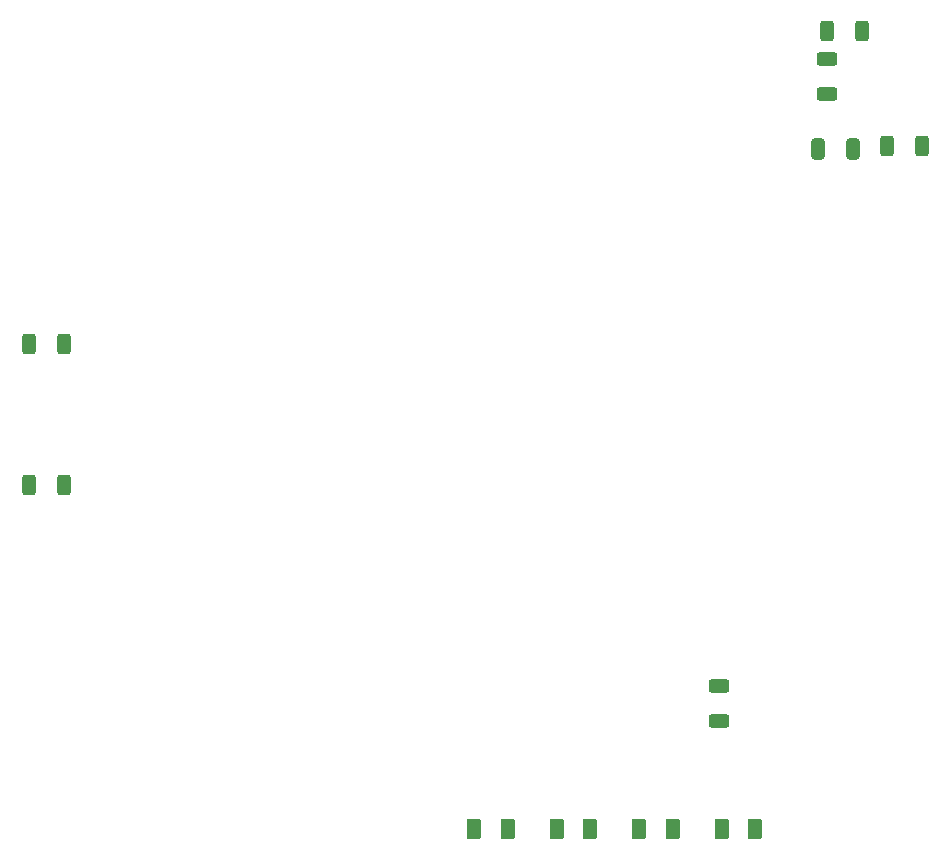
<source format=gbr>
%TF.GenerationSoftware,KiCad,Pcbnew,8.0.7-8.0.7-0~ubuntu22.04.1*%
%TF.CreationDate,2025-01-26T02:20:42+01:00*%
%TF.ProjectId,Electrobot_H755,456c6563-7472-46f6-926f-745f48373535,rev?*%
%TF.SameCoordinates,Original*%
%TF.FileFunction,Paste,Bot*%
%TF.FilePolarity,Positive*%
%FSLAX46Y46*%
G04 Gerber Fmt 4.6, Leading zero omitted, Abs format (unit mm)*
G04 Created by KiCad (PCBNEW 8.0.7-8.0.7-0~ubuntu22.04.1) date 2025-01-26 02:20:42*
%MOMM*%
%LPD*%
G01*
G04 APERTURE LIST*
G04 Aperture macros list*
%AMRoundRect*
0 Rectangle with rounded corners*
0 $1 Rounding radius*
0 $2 $3 $4 $5 $6 $7 $8 $9 X,Y pos of 4 corners*
0 Add a 4 corners polygon primitive as box body*
4,1,4,$2,$3,$4,$5,$6,$7,$8,$9,$2,$3,0*
0 Add four circle primitives for the rounded corners*
1,1,$1+$1,$2,$3*
1,1,$1+$1,$4,$5*
1,1,$1+$1,$6,$7*
1,1,$1+$1,$8,$9*
0 Add four rect primitives between the rounded corners*
20,1,$1+$1,$2,$3,$4,$5,0*
20,1,$1+$1,$4,$5,$6,$7,0*
20,1,$1+$1,$6,$7,$8,$9,0*
20,1,$1+$1,$8,$9,$2,$3,0*%
G04 Aperture macros list end*
%ADD10RoundRect,0.250000X-0.312500X-0.625000X0.312500X-0.625000X0.312500X0.625000X-0.312500X0.625000X0*%
%ADD11RoundRect,0.250000X-0.625000X0.312500X-0.625000X-0.312500X0.625000X-0.312500X0.625000X0.312500X0*%
%ADD12RoundRect,0.250000X0.375000X0.625000X-0.375000X0.625000X-0.375000X-0.625000X0.375000X-0.625000X0*%
%ADD13RoundRect,0.250000X0.625000X-0.312500X0.625000X0.312500X-0.625000X0.312500X-0.625000X-0.312500X0*%
%ADD14RoundRect,0.250000X0.312500X0.625000X-0.312500X0.625000X-0.312500X-0.625000X0.312500X-0.625000X0*%
%ADD15RoundRect,0.250000X0.325000X0.650000X-0.325000X0.650000X-0.325000X-0.650000X0.325000X-0.650000X0*%
G04 APERTURE END LIST*
D10*
%TO.C,R24*%
X67879500Y-106680000D03*
X70804500Y-106680000D03*
%TD*%
D11*
%TO.C,R29*%
X135382000Y-82611500D03*
X135382000Y-85536500D03*
%TD*%
D12*
%TO.C,D3*%
X115355000Y-147800000D03*
X112555000Y-147800000D03*
%TD*%
%TO.C,D2*%
X122340000Y-147800000D03*
X119540000Y-147800000D03*
%TD*%
D13*
%TO.C,R22*%
X126238000Y-138622500D03*
X126238000Y-135697500D03*
%TD*%
D10*
%TO.C,R26*%
X67879500Y-118618000D03*
X70804500Y-118618000D03*
%TD*%
D14*
%TO.C,R37*%
X143448500Y-89916000D03*
X140523500Y-89916000D03*
%TD*%
D12*
%TO.C,D1*%
X129325000Y-147800000D03*
X126525000Y-147800000D03*
%TD*%
D14*
%TO.C,R28*%
X138368500Y-80213200D03*
X135443500Y-80213200D03*
%TD*%
D12*
%TO.C,D4*%
X108370000Y-147800000D03*
X105570000Y-147800000D03*
%TD*%
D15*
%TO.C,C17*%
X137619000Y-90170000D03*
X134669000Y-90170000D03*
%TD*%
M02*

</source>
